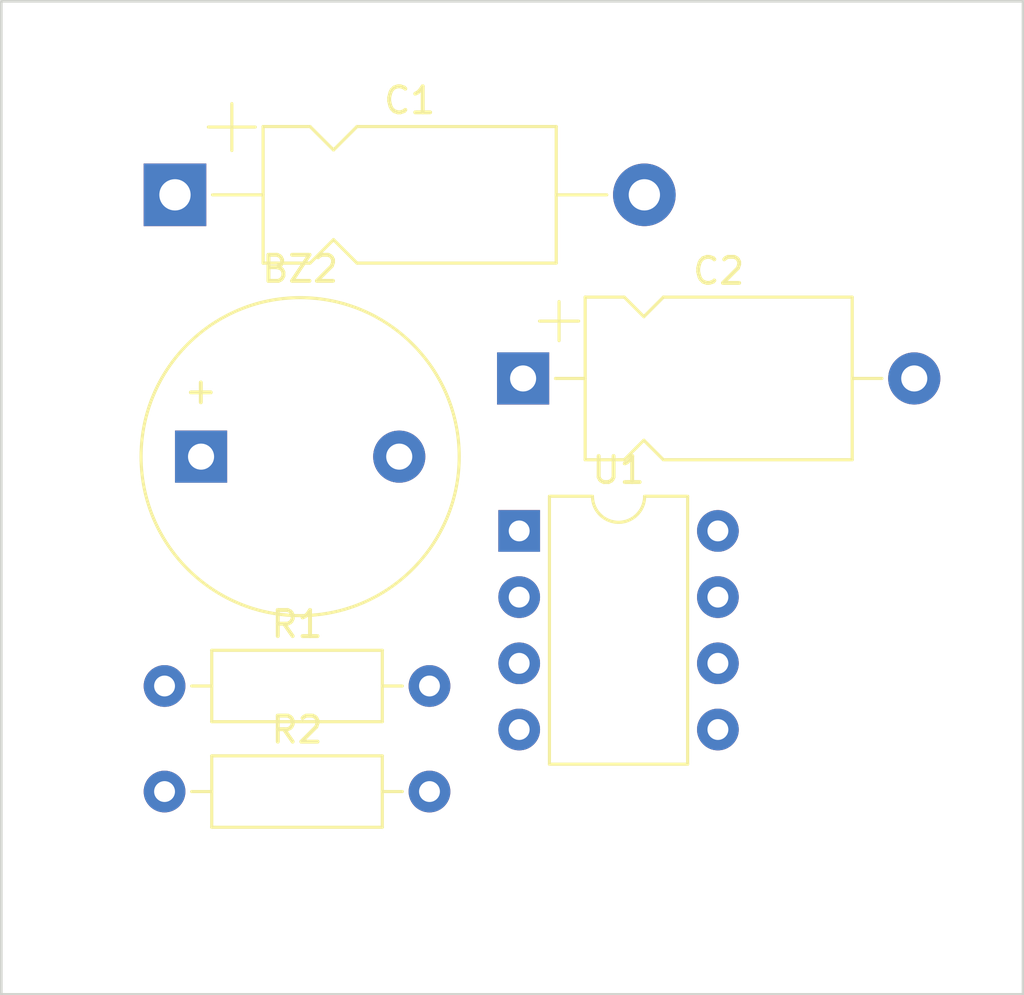
<source format=kicad_pcb>
(kicad_pcb (version 20221018) (generator pcbnew)
  (layers (0 "F.Cu" signal) (31 "B.Cu" signal) (34 "B.Paste" user) (35 "F.Paste" user) (36 "B.SilkS" user "B.Silkscreen") (37 "F.SilkS" user "F.Silkscreen") (38 "B.Mask" user) (39 "F.Mask" user) (44 "Edge.Cuts" user))
  (net 0 "")
  (net 1 "Net-(U1-CV)")
  (net 2 "GND")
  (net 3 "Net-(U1-THR)")
  (net 4 "Net-(U1-R)")
  (net 5 "Net-(U1-Q)")
  (net 6 "Net-(U1-DIS)")
  (net 7 "Net-(BT1--)")
  (net 8 "Net-(BT1-+)")
  (footprint "Capacitor_THT:CP_Axial_L11.0mm_D5.0mm_P18.00mm_Horizontal" (layer "F.Cu") (at 131.58 73.465)
    (fp_text reference "C1" (at 9 -3.62) (layer "F.SilkS"))
    (fp_text value "0.01 μF")
    (fp_line (start 1.28 -2.6) (end 3.08 -2.6) (stroke (width 0.12)) (layer "F.SilkS"))
    (fp_line (start 1.44 0) (end 3.38 0) (stroke (width 0.12)) (layer "F.SilkS"))
    (fp_line (start 2.18 -3.5) (end 2.18 -1.7) (stroke (width 0.12)) (layer "F.SilkS"))
    (fp_line (start 3.38 -2.62) (end 3.38 2.62) (stroke (width 0.12)) (layer "F.SilkS"))
    (fp_line (start 3.38 -2.62) (end 5.18 -2.62) (stroke (width 0.12)) (layer "F.SilkS"))
    (fp_line (start 3.38 2.62) (end 5.18 2.62) (stroke (width 0.12)) (layer "F.SilkS"))
    (fp_line (start 5.18 -2.62) (end 6.08 -1.72) (stroke (width 0.12)) (layer "F.SilkS"))
    (fp_line (start 5.18 2.62) (end 6.08 1.72) (stroke (width 0.12)) (layer "F.SilkS"))
    (fp_line (start 6.08 -1.72) (end 6.98 -2.62) (stroke (width 0.12)) (layer "F.SilkS"))
    (fp_line (start 6.08 1.72) (end 6.98 2.62) (stroke (width 0.12)) (layer "F.SilkS"))
    (fp_line (start 6.98 -2.62) (end 14.62 -2.62) (stroke (width 0.12)) (layer "F.SilkS"))
    (fp_line (start 6.98 2.62) (end 14.62 2.62) (stroke (width 0.12)) (layer "F.SilkS"))
    (fp_line (start 14.62 -2.62) (end 14.62 2.62) (stroke (width 0.12)) (layer "F.SilkS"))
    (fp_line (start 16.56 0) (end 14.62 0) (stroke (width 0.12)) (layer "F.SilkS"))
    (pad "1" thru_hole rect (at 0 0) (size 2.4 2.4) (drill 1.2) (layers "*.Cu" "*.Mask") (net 1 "Net-(U1-CV)"))
    (pad "2" thru_hole oval (at 18 0) (size 2.4 2.4) (drill 1.2) (layers "*.Cu" "*.Mask") (net 2 "GND"))
  )
  (footprint "Buzzer_Beeper:Buzzer_12x9.5RM7.6" (layer "F.Cu") (at 132.58 83.51)
    (fp_text reference "BZ2" (at 3.8 -7.2) (layer "F.SilkS"))
    (fp_text value "Buzzer")
    (fp_text user "+" (at -0.01 -2.54) (layer "F.SilkS"))
    (fp_circle (center 3.8 0) (end 9.9 0) (stroke (width 0.12)) (fill none) (layer "F.SilkS"))
    (pad "1" thru_hole rect (at 0 0) (size 2 2) (drill 1) (layers "*.Cu" "*.Mask") (net 7 "Net-(BT1--)"))
    (pad "2" thru_hole circle (at 7.6 0) (size 2 2) (drill 1) (layers "*.Cu" "*.Mask") (net 8 "Net-(BT1-+)"))
  )
  (footprint "Package_DIP:DIP-8_W7.62mm" (layer "F.Cu") (at 144.78 86.36)
    (fp_text reference "U1" (at 3.81 -2.33) (layer "F.SilkS"))
    (fp_text value "NE555P")
    (fp_line (start 1.16 -1.33) (end 1.16 8.95) (stroke (width 0.12)) (layer "F.SilkS"))
    (fp_line (start 1.16 8.95) (end 6.46 8.95) (stroke (width 0.12)) (layer "F.SilkS"))
    (fp_line (start 2.81 -1.33) (end 1.16 -1.33) (stroke (width 0.12)) (layer "F.SilkS"))
    (fp_line (start 6.46 -1.33) (end 4.81 -1.33) (stroke (width 0.12)) (layer "F.SilkS"))
    (fp_line (start 6.46 8.95) (end 6.46 -1.33) (stroke (width 0.12)) (layer "F.SilkS"))
    (fp_arc (start 4.81 -1.33) (mid 3.81 -0.33) (end 2.81 -1.33) (stroke (width 0.12)) (layer "F.SilkS"))
    (pad "1" thru_hole rect (at 0 0) (size 1.6 1.6) (drill 0.8) (layers "*.Cu" "*.Mask") (net 2 "GND"))
    (pad "2" thru_hole oval (at 0 2.54) (size 1.6 1.6) (drill 0.8) (layers "*.Cu" "*.Mask") (net 3 "Net-(U1-THR)"))
    (pad "3" thru_hole oval (at 0 5.08) (size 1.6 1.6) (drill 0.8) (layers "*.Cu" "*.Mask") (net 5 "Net-(U1-Q)"))
    (pad "4" thru_hole oval (at 0 7.62) (size 1.6 1.6) (drill 0.8) (layers "*.Cu" "*.Mask") (net 4 "Net-(U1-R)"))
    (pad "5" thru_hole oval (at 7.62 7.62) (size 1.6 1.6) (drill 0.8) (layers "*.Cu" "*.Mask") (net 1 "Net-(U1-CV)"))
    (pad "6" thru_hole oval (at 7.62 5.08) (size 1.6 1.6) (drill 0.8) (layers "*.Cu" "*.Mask") (net 3 "Net-(U1-THR)"))
    (pad "7" thru_hole oval (at 7.62 2.54) (size 1.6 1.6) (drill 0.8) (layers "*.Cu" "*.Mask") (net 6 "Net-(U1-DIS)"))
    (pad "8" thru_hole oval (at 7.62 0) (size 1.6 1.6) (drill 0.8) (layers "*.Cu" "*.Mask") (net 4 "Net-(U1-R)"))
  )
  (footprint "Resistor_THT:R_Axial_DIN0207_L6.3mm_D2.5mm_P10.16mm_Horizontal" (layer "F.Cu") (at 131.18 92.31)
    (fp_text reference "R1" (at 5.08 -2.37) (layer "F.SilkS"))
    (fp_text value "100 KΩ")
    (fp_line (start 1.04 0) (end 1.81 0) (stroke (width 0.12)) (layer "F.SilkS"))
    (fp_line (start 1.81 -1.37) (end 1.81 1.37) (stroke (width 0.12)) (layer "F.SilkS"))
    (fp_line (start 1.81 1.37) (end 8.35 1.37) (stroke (width 0.12)) (layer "F.SilkS"))
    (fp_line (start 8.35 -1.37) (end 1.81 -1.37) (stroke (width 0.12)) (layer "F.SilkS"))
    (fp_line (start 8.35 1.37) (end 8.35 -1.37) (stroke (width 0.12)) (layer "F.SilkS"))
    (fp_line (start 9.12 0) (end 8.35 0) (stroke (width 0.12)) (layer "F.SilkS"))
    (pad "1" thru_hole circle (at 0 0) (size 1.6 1.6) (drill 0.8) (layers "*.Cu" "*.Mask") (net 4 "Net-(U1-R)"))
    (pad "2" thru_hole oval (at 10.16 0) (size 1.6 1.6) (drill 0.8) (layers "*.Cu" "*.Mask") (net 3 "Net-(U1-THR)"))
  )
  (footprint "Resistor_THT:R_Axial_DIN0207_L6.3mm_D2.5mm_P10.16mm_Horizontal" (layer "F.Cu") (at 131.18 96.36)
    (fp_text reference "R2" (at 5.08 -2.37) (layer "F.SilkS"))
    (fp_text value "2.2 KΩ")
    (fp_line (start 1.04 0) (end 1.81 0) (stroke (width 0.12)) (layer "F.SilkS"))
    (fp_line (start 1.81 -1.37) (end 1.81 1.37) (stroke (width 0.12)) (layer "F.SilkS"))
    (fp_line (start 1.81 1.37) (end 8.35 1.37) (stroke (width 0.12)) (layer "F.SilkS"))
    (fp_line (start 8.35 -1.37) (end 1.81 -1.37) (stroke (width 0.12)) (layer "F.SilkS"))
    (fp_line (start 8.35 1.37) (end 8.35 -1.37) (stroke (width 0.12)) (layer "F.SilkS"))
    (fp_line (start 9.12 0) (end 8.35 0) (stroke (width 0.12)) (layer "F.SilkS"))
    (pad "1" thru_hole circle (at 0 0) (size 1.6 1.6) (drill 0.8) (layers "*.Cu" "*.Mask") (net 3 "Net-(U1-THR)"))
    (pad "2" thru_hole oval (at 10.16 0) (size 1.6 1.6) (drill 0.8) (layers "*.Cu" "*.Mask") (net 5 "Net-(U1-Q)"))
  )
  (footprint "Capacitor_THT:CP_Axial_L10.0mm_D6.0mm_P15.00mm_Horizontal" (layer "F.Cu") (at 144.93 80.51)
    (fp_text reference "C2" (at 7.5 -4.12) (layer "F.SilkS"))
    (fp_text value "1 μF")
    (fp_line (start 0.63 -2.2) (end 2.13 -2.2) (stroke (width 0.12)) (layer "F.SilkS"))
    (fp_line (start 1.24 0) (end 2.38 0) (stroke (width 0.12)) (layer "F.SilkS"))
    (fp_line (start 1.38 -2.95) (end 1.38 -1.45) (stroke (width 0.12)) (layer "F.SilkS"))
    (fp_line (start 2.38 -3.12) (end 2.38 3.12) (stroke (width 0.12)) (layer "F.SilkS"))
    (fp_line (start 2.38 -3.12) (end 3.88 -3.12) (stroke (width 0.12)) (layer "F.SilkS"))
    (fp_line (start 2.38 3.12) (end 3.88 3.12) (stroke (width 0.12)) (layer "F.SilkS"))
    (fp_line (start 3.88 -3.12) (end 4.63 -2.37) (stroke (width 0.12)) (layer "F.SilkS"))
    (fp_line (start 3.88 3.12) (end 4.63 2.37) (stroke (width 0.12)) (layer "F.SilkS"))
    (fp_line (start 4.63 -2.37) (end 5.38 -3.12) (stroke (width 0.12)) (layer "F.SilkS"))
    (fp_line (start 4.63 2.37) (end 5.38 3.12) (stroke (width 0.12)) (layer "F.SilkS"))
    (fp_line (start 5.38 -3.12) (end 12.62 -3.12) (stroke (width 0.12)) (layer "F.SilkS"))
    (fp_line (start 5.38 3.12) (end 12.62 3.12) (stroke (width 0.12)) (layer "F.SilkS"))
    (fp_line (start 12.62 -3.12) (end 12.62 3.12) (stroke (width 0.12)) (layer "F.SilkS"))
    (fp_line (start 13.76 0) (end 12.62 0) (stroke (width 0.12)) (layer "F.SilkS"))
    (pad "1" thru_hole rect (at 0 0) (size 2 2) (drill 1) (layers "*.Cu" "*.Mask") (net 3 "Net-(U1-THR)"))
    (pad "2" thru_hole oval (at 15 0) (size 2 2) (drill 1) (layers "*.Cu" "*.Mask") (net 2 "GND"))
  )
  (gr_rect locked (start 124.92 66.04) (end 164.1 104.14) (stroke (width 0.1)) (fill none) (layer "Edge.Cuts"))
)
</source>
